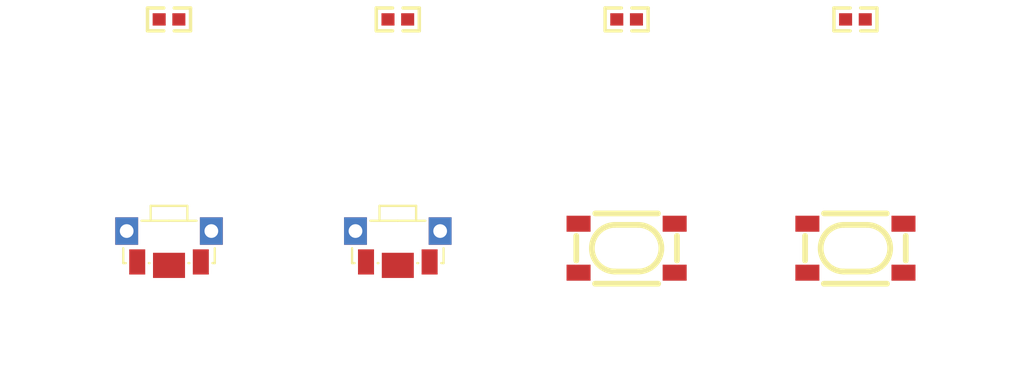
<source format=kicad_pcb>
(kicad_pcb (version 20241229) (generator "pcbnew") (generator_version "9.0")
  (layers (0 "F.Cu" signal) (2 "B.Cu" signal) (13 "F.Paste" user) (15 "B.Paste" user) (5 "F.SilkS" user "F.Silkscreen") (7 "B.SilkS" user "B.Silkscreen") (1 "F.Mask" user) (3 "B.Mask" user) (25 "Edge.Cuts" user))
  (net 0 "")
  (net 1 "hv")
  (net 2 "btn_pullup_horizontal.btn.footprint.pins[2].net-net")
  (net 3 "btn_pulldown_vertical-gnd")
  (net 4 "hv-1")
  (net 5 "btn_pulldown_horizontal.btn.footprint.pins[3].net-net")
  (net 6 "btn_pulldown_horizontal-gnd")
  (net 7 "gnd")
  (net 8 "btn_pullup_horizontal.btn.footprint.pins[3].net-net")
  (net 9 "hv-2")
  (net 10 "gnd-1")
  (net 11 "btn_pulldown_horizontal.btn.footprint.pins[2].net-net")
  (net 12 "btn_pullup_horizontal-hv")
  (net 13 "line-1")
  (net 14 "line-3")
  (net 15 "line-2")
  (net 16 "line")
  (footprint "ALPSALPINE_SKTDLDE010:KEY-SMD_SKTDLDE010" (layer "F.Cu") (at 10 0 0)
    (property "Reference" "U3" (hide yes))
    (property "Value" "")
    (fp_line (start -2 0.65) (end -2 0) (stroke (width 0.1)) (layer "F.SilkS"))
    (fp_line (start -2 0.65) (end -1.89 0.65) (stroke (width 0.1)) (layer "F.SilkS"))
    (fp_line (start -0.88 0.65) (end -0.85 0.65) (stroke (width 0.1)) (layer "F.SilkS"))
    (fp_line (start -0.8 -1.85) (end 0.8 -1.85) (stroke (width 0.1)) (layer "F.SilkS"))
    (fp_line (start -0.8 -1.25) (end -0.8 -1.85) (stroke (width 0.1)) (layer "F.SilkS"))
    (fp_line (start 0 -1.2) (end -1.2 -1.2) (stroke (width 0.1)) (layer "F.SilkS"))
    (fp_line (start 0 -1.2) (end 1.2 -1.2) (stroke (width 0.1)) (layer "F.SilkS"))
    (fp_line (start 0.8 -1.85) (end 0.8 -1.25) (stroke (width 0.1)) (layer "F.SilkS"))
    (fp_line (start 0.85 0.65) (end 0.89 0.65) (stroke (width 0.1)) (layer "F.SilkS"))
    (fp_line (start 1.9 0.65) (end 2 0.65) (stroke (width 0.1)) (layer "F.SilkS"))
    (fp_line (start 2 0.65) (end 2 0) (stroke (width 0.1)) (layer "F.SilkS"))
    (pad "1" smd rect (at 1.39 0.6 0) (size 0.7 1.1) (layers "F.Cu" "F.Mask" "F.Paste") (net 13 "line-1"))
    (pad "2" smd rect (at -1.39 0.6 0) (size 0.7 1.1) (layers "F.Cu" "F.Mask" "F.Paste") (net 10 "gnd-1"))
    (pad "3" smd rect (at 0 0.75 0) (size 1.4 1.1) (layers "F.Cu" "F.Mask" "F.Paste") (net 2 "btn_pullup_horizontal.btn.footprint.pins[2].net-net"))
    (pad "4" thru_hole rect (at -1.85 -0.75 0) (size 1 1.2) (drill 0.599948) (layers "*.Cu" "*.Mask") (net 8 "btn_pullup_horizontal.btn.footprint.pins[3].net-net"))
    (pad "4" thru_hole rect (at 1.85 -0.75 0) (size 1 1.2) (drill 0.599948) (layers "*.Cu" "*.Mask") (net 8 "btn_pullup_horizontal.btn.footprint.pins[3].net-net"))
  )
  (footprint "UNI_ROYAL_0402WGF1002TCE:R0402" (layer "F.Cu") (at 20 -10 0)
    (property "Reference" "R4" (hide yes))
    (property "Value" "10kΩ ±1% 62.5mW")
    (fp_line (start -0.23 0.5) (end -0.94 0.5) (stroke (width 0.15)) (layer "F.SilkS"))
    (fp_line (start -0.94 0.5) (end -0.94 -0.5) (stroke (width 0.15)) (layer "F.SilkS"))
    (fp_line (start -0.94 -0.5) (end -0.23 -0.5) (stroke (width 0.15)) (layer "F.SilkS"))
    (fp_line (start 0.23 0.5) (end 0.94 0.5) (stroke (width 0.15)) (layer "F.SilkS"))
    (fp_line (start 0.94 0.5) (end 0.94 -0.5) (stroke (width 0.15)) (layer "F.SilkS"))
    (fp_line (start 0.94 -0.5) (end 0.23 -0.5) (stroke (width 0.15)) (layer "F.SilkS"))
    (pad "2" smd rect (at 0.43 0 0) (size 0.57 0.54) (layers "F.Cu" "F.Paste" "F.Mask") (net 9 "hv-2"))
    (pad "1" smd rect (at -0.43 0 0) (size 0.57 0.54) (layers "F.Cu" "F.Paste" "F.Mask") (net 16 "line"))
  )
  (footprint "UNI_ROYAL_0402WGF1002TCE:R0402" (layer "F.Cu") (at 30 -10 0)
    (property "Reference" "R2" (hide yes))
    (property "Value" "10kΩ ±1% 62.5mW")
    (fp_line (start -0.23 0.5) (end -0.94 0.5) (stroke (width 0.15)) (layer "F.SilkS"))
    (fp_line (start -0.94 0.5) (end -0.94 -0.5) (stroke (width 0.15)) (layer "F.SilkS"))
    (fp_line (start -0.94 -0.5) (end -0.23 -0.5) (stroke (width 0.15)) (layer "F.SilkS"))
    (fp_line (start 0.23 0.5) (end 0.94 0.5) (stroke (width 0.15)) (layer "F.SilkS"))
    (fp_line (start 0.94 0.5) (end 0.94 -0.5) (stroke (width 0.15)) (layer "F.SilkS"))
    (fp_line (start 0.94 -0.5) (end 0.23 -0.5) (stroke (width 0.15)) (layer "F.SilkS"))
    (pad "2" smd rect (at 0.43 0 0) (size 0.57 0.54) (layers "F.Cu" "F.Paste" "F.Mask") (net 3 "btn_pulldown_vertical-gnd"))
    (pad "1" smd rect (at -0.43 0 0) (size 0.57 0.54) (layers "F.Cu" "F.Paste" "F.Mask") (net 15 "line-2"))
  )
  (footprint "ALPSALPINE_SKTDLDE010:KEY-SMD_SKTDLDE010" (layer "F.Cu") (at 0 0 0)
    (property "Reference" "U1" (hide yes))
    (property "Value" "")
    (fp_line (start -2 0.65) (end -2 0) (stroke (width 0.1)) (layer "F.SilkS"))
    (fp_line (start -2 0.65) (end -1.89 0.65) (stroke (width 0.1)) (layer "F.SilkS"))
    (fp_line (start -0.88 0.65) (end -0.85 0.65) (stroke (width 0.1)) (layer "F.SilkS"))
    (fp_line (start -0.8 -1.85) (end 0.8 -1.85) (stroke (width 0.1)) (layer "F.SilkS"))
    (fp_line (start -0.8 -1.25) (end -0.8 -1.85) (stroke (width 0.1)) (layer "F.SilkS"))
    (fp_line (start 0 -1.2) (end -1.2 -1.2) (stroke (width 0.1)) (layer "F.SilkS"))
    (fp_line (start 0 -1.2) (end 1.2 -1.2) (stroke (width 0.1)) (layer "F.SilkS"))
    (fp_line (start 0.8 -1.85) (end 0.8 -1.25) (stroke (width 0.1)) (layer "F.SilkS"))
    (fp_line (start 0.85 0.65) (end 0.89 0.65) (stroke (width 0.1)) (layer "F.SilkS"))
    (fp_line (start 1.9 0.65) (end 2 0.65) (stroke (width 0.1)) (layer "F.SilkS"))
    (fp_line (start 2 0.65) (end 2 0) (stroke (width 0.1)) (layer "F.SilkS"))
    (pad "1" smd rect (at 1.39 0.6 0) (size 0.7 1.1) (layers "F.Cu" "F.Mask" "F.Paste") (net 14 "line-3"))
    (pad "2" smd rect (at -1.39 0.6 0) (size 0.7 1.1) (layers "F.Cu" "F.Mask" "F.Paste") (net 4 "hv-1"))
    (pad "3" smd rect (at 0 0.75 0) (size 1.4 1.1) (layers "F.Cu" "F.Mask" "F.Paste") (net 11 "btn_pulldown_horizontal.btn.footprint.pins[2].net-net"))
    (pad "4" thru_hole rect (at -1.85 -0.75 0) (size 1 1.2) (drill 0.599948) (layers "*.Cu" "*.Mask") (net 5 "btn_pulldown_horizontal.btn.footprint.pins[3].net-net"))
    (pad "4" thru_hole rect (at 1.85 -0.75 0) (size 1 1.2) (drill 0.599948) (layers "*.Cu" "*.Mask") (net 5 "btn_pulldown_horizontal.btn.footprint.pins[3].net-net"))
  )
  (footprint "UNI_ROYAL_0402WGF1002TCE:R0402" (layer "F.Cu") (at 0 -10 0)
    (property "Reference" "R1" (hide yes))
    (property "Value" "10kΩ ±1% 62.5mW")
    (fp_line (start -0.23 0.5) (end -0.94 0.5) (stroke (width 0.15)) (layer "F.SilkS"))
    (fp_line (start -0.94 0.5) (end -0.94 -0.5) (stroke (width 0.15)) (layer "F.SilkS"))
    (fp_line (start -0.94 -0.5) (end -0.23 -0.5) (stroke (width 0.15)) (layer "F.SilkS"))
    (fp_line (start 0.23 0.5) (end 0.94 0.5) (stroke (width 0.15)) (layer "F.SilkS"))
    (fp_line (start 0.94 0.5) (end 0.94 -0.5) (stroke (width 0.15)) (layer "F.SilkS"))
    (fp_line (start 0.94 -0.5) (end 0.23 -0.5) (stroke (width 0.15)) (layer "F.SilkS"))
    (pad "2" smd rect (at 0.43 0 0) (size 0.57 0.54) (layers "F.Cu" "F.Paste" "F.Mask") (net 6 "btn_pulldown_horizontal-gnd"))
    (pad "1" smd rect (at -0.43 0 0) (size 0.57 0.54) (layers "F.Cu" "F.Paste" "F.Mask") (net 14 "line-3"))
  )
  (footprint "ALPSALPINE_SKRPACE010:KEY-SMD_4P-L4.2-W3.2-P2.20-LS4.6" (layer "F.Cu") (at 20 0 0)
    (property "Reference" "U4" (hide yes))
    (property "Value" "")
    (fp_line (start -0.51 -1.02) (end 0.51 -1.02) (stroke (width 0.25)) (layer "F.SilkS"))
    (fp_line (start -0.51 1.02) (end 0.51 1.02) (stroke (width 0.25)) (layer "F.SilkS"))
    (fp_line (start 2.2 -0.54) (end 2.2 0.54) (stroke (width 0.25)) (layer "F.SilkS"))
    (fp_line (start 1.37 -1.52) (end -1.37 -1.52) (stroke (width 0.25)) (layer "F.SilkS"))
    (fp_line (start -2.2 -0.54) (end -2.2 0.54) (stroke (width 0.25)) (layer "F.SilkS"))
    (fp_line (start -1.38 1.55) (end 1.38 1.55) (stroke (width 0.25)) (layer "F.SilkS"))
    (fp_arc (start 0.51 1.02) (mid 1.53 6.245698675651501e-17) (end 0.5100000000000001 -1.02) (stroke (width 0.25)) (layer "F.SilkS"))
    (fp_arc (start -0.51 -1.02) (mid -1.53 -6.245698675651501e-17) (end -0.5100000000000001 1.02) (stroke (width 0.25)) (layer "F.SilkS"))
    (pad "1" smd rect (at -2.1 -1.07 0) (size 1.05 0.7) (layers "F.Cu" "F.Paste" "F.Mask") (net 16 "line"))
    (pad "2" smd rect (at 2.1 -1.07 0) (size 1.05 0.7) (layers "F.Cu" "F.Paste" "F.Mask") (net 16 "line"))
    (pad "3" smd rect (at -2.1 1.07 0) (size 1.05 0.7) (layers "F.Cu" "F.Paste" "F.Mask") (net 7 "gnd"))
    (pad "4" smd rect (at 2.1 1.07 0) (size 1.05 0.7) (layers "F.Cu" "F.Paste" "F.Mask") (net 7 "gnd"))
  )
  (footprint "UNI_ROYAL_0402WGF1002TCE:R0402" (layer "F.Cu") (at 10 -10 0)
    (property "Reference" "R3" (hide yes))
    (property "Value" "10kΩ ±1% 62.5mW")
    (fp_line (start -0.23 0.5) (end -0.94 0.5) (stroke (width 0.15)) (layer "F.SilkS"))
    (fp_line (start -0.94 0.5) (end -0.94 -0.5) (stroke (width 0.15)) (layer "F.SilkS"))
    (fp_line (start -0.94 -0.5) (end -0.23 -0.5) (stroke (width 0.15)) (layer "F.SilkS"))
    (fp_line (start 0.23 0.5) (end 0.94 0.5) (stroke (width 0.15)) (layer "F.SilkS"))
    (fp_line (start 0.94 0.5) (end 0.94 -0.5) (stroke (width 0.15)) (layer "F.SilkS"))
    (fp_line (start 0.94 -0.5) (end 0.23 -0.5) (stroke (width 0.15)) (layer "F.SilkS"))
    (pad "2" smd rect (at 0.43 0 0) (size 0.57 0.54) (layers "F.Cu" "F.Paste" "F.Mask") (net 12 "btn_pullup_horizontal-hv"))
    (pad "1" smd rect (at -0.43 0 0) (size 0.57 0.54) (layers "F.Cu" "F.Paste" "F.Mask") (net 13 "line-1"))
  )
  (footprint "ALPSALPINE_SKRPACE010:KEY-SMD_4P-L4.2-W3.2-P2.20-LS4.6" (layer "F.Cu") (at 30 0 0)
    (property "Reference" "U2" (hide yes))
    (property "Value" "")
    (fp_line (start -0.51 -1.02) (end 0.51 -1.02) (stroke (width 0.25)) (layer "F.SilkS"))
    (fp_line (start -0.51 1.02) (end 0.51 1.02) (stroke (width 0.25)) (layer "F.SilkS"))
    (fp_line (start 2.2 -0.54) (end 2.2 0.54) (stroke (width 0.25)) (layer "F.SilkS"))
    (fp_line (start 1.37 -1.52) (end -1.37 -1.52) (stroke (width 0.25)) (layer "F.SilkS"))
    (fp_line (start -2.2 -0.54) (end -2.2 0.54) (stroke (width 0.25)) (layer "F.SilkS"))
    (fp_line (start -1.38 1.55) (end 1.38 1.55) (stroke (width 0.25)) (layer "F.SilkS"))
    (fp_arc (start 0.51 1.02) (mid 1.53 6.245698675651501e-17) (end 0.5100000000000001 -1.02) (stroke (width 0.25)) (layer "F.SilkS"))
    (fp_arc (start -0.51 -1.02) (mid -1.53 -6.245698675651501e-17) (end -0.5100000000000001 1.02) (stroke (width 0.25)) (layer "F.SilkS"))
    (pad "1" smd rect (at -2.1 -1.07 0) (size 1.05 0.7) (layers "F.Cu" "F.Paste" "F.Mask") (net 15 "line-2"))
    (pad "2" smd rect (at 2.1 -1.07 0) (size 1.05 0.7) (layers "F.Cu" "F.Paste" "F.Mask") (net 15 "line-2"))
    (pad "3" smd rect (at -2.1 1.07 0) (size 1.05 0.7) (layers "F.Cu" "F.Paste" "F.Mask") (net 1 "hv"))
    (pad "4" smd rect (at 2.1 1.07 0) (size 1.05 0.7) (layers "F.Cu" "F.Paste" "F.Mask") (net 1 "hv"))
  )
)
</source>
